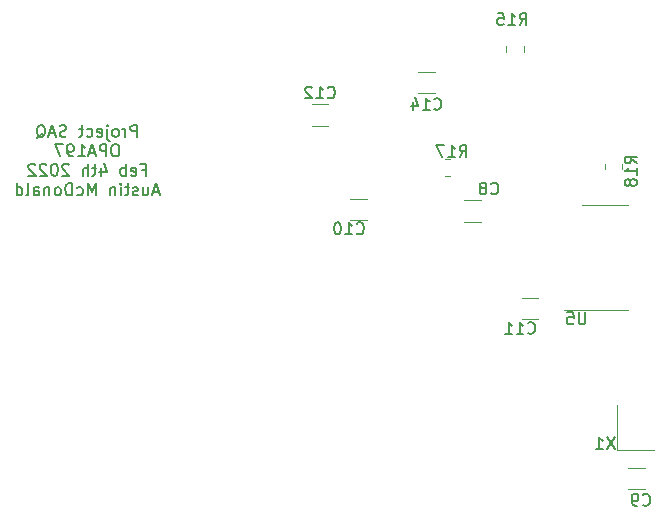
<source format=gbr>
%TF.GenerationSoftware,KiCad,Pcbnew,(5.1.8-0-10_14)*%
%TF.CreationDate,2022-02-24T11:51:48-06:00*%
%TF.ProjectId,SAQ_KiCad,5341515f-4b69-4436-9164-2e6b69636164,rev?*%
%TF.SameCoordinates,Original*%
%TF.FileFunction,Legend,Bot*%
%TF.FilePolarity,Positive*%
%FSLAX46Y46*%
G04 Gerber Fmt 4.6, Leading zero omitted, Abs format (unit mm)*
G04 Created by KiCad (PCBNEW (5.1.8-0-10_14)) date 2022-02-24 11:51:48*
%MOMM*%
%LPD*%
G01*
G04 APERTURE LIST*
%ADD10C,0.150000*%
%ADD11C,0.120000*%
G04 APERTURE END LIST*
D10*
X125372285Y-29727380D02*
X125372285Y-28727380D01*
X124991333Y-28727380D01*
X124896095Y-28775000D01*
X124848476Y-28822619D01*
X124800857Y-28917857D01*
X124800857Y-29060714D01*
X124848476Y-29155952D01*
X124896095Y-29203571D01*
X124991333Y-29251190D01*
X125372285Y-29251190D01*
X124372285Y-29727380D02*
X124372285Y-29060714D01*
X124372285Y-29251190D02*
X124324666Y-29155952D01*
X124277047Y-29108333D01*
X124181809Y-29060714D01*
X124086571Y-29060714D01*
X123610380Y-29727380D02*
X123705619Y-29679761D01*
X123753238Y-29632142D01*
X123800857Y-29536904D01*
X123800857Y-29251190D01*
X123753238Y-29155952D01*
X123705619Y-29108333D01*
X123610380Y-29060714D01*
X123467523Y-29060714D01*
X123372285Y-29108333D01*
X123324666Y-29155952D01*
X123277047Y-29251190D01*
X123277047Y-29536904D01*
X123324666Y-29632142D01*
X123372285Y-29679761D01*
X123467523Y-29727380D01*
X123610380Y-29727380D01*
X122848476Y-29060714D02*
X122848476Y-29917857D01*
X122896095Y-30013095D01*
X122991333Y-30060714D01*
X123038952Y-30060714D01*
X122848476Y-28727380D02*
X122896095Y-28775000D01*
X122848476Y-28822619D01*
X122800857Y-28775000D01*
X122848476Y-28727380D01*
X122848476Y-28822619D01*
X121991333Y-29679761D02*
X122086571Y-29727380D01*
X122277047Y-29727380D01*
X122372285Y-29679761D01*
X122419904Y-29584523D01*
X122419904Y-29203571D01*
X122372285Y-29108333D01*
X122277047Y-29060714D01*
X122086571Y-29060714D01*
X121991333Y-29108333D01*
X121943714Y-29203571D01*
X121943714Y-29298809D01*
X122419904Y-29394047D01*
X121086571Y-29679761D02*
X121181809Y-29727380D01*
X121372285Y-29727380D01*
X121467523Y-29679761D01*
X121515142Y-29632142D01*
X121562761Y-29536904D01*
X121562761Y-29251190D01*
X121515142Y-29155952D01*
X121467523Y-29108333D01*
X121372285Y-29060714D01*
X121181809Y-29060714D01*
X121086571Y-29108333D01*
X120800857Y-29060714D02*
X120419904Y-29060714D01*
X120658000Y-28727380D02*
X120658000Y-29584523D01*
X120610380Y-29679761D01*
X120515142Y-29727380D01*
X120419904Y-29727380D01*
X119372285Y-29679761D02*
X119229428Y-29727380D01*
X118991333Y-29727380D01*
X118896095Y-29679761D01*
X118848476Y-29632142D01*
X118800857Y-29536904D01*
X118800857Y-29441666D01*
X118848476Y-29346428D01*
X118896095Y-29298809D01*
X118991333Y-29251190D01*
X119181809Y-29203571D01*
X119277047Y-29155952D01*
X119324666Y-29108333D01*
X119372285Y-29013095D01*
X119372285Y-28917857D01*
X119324666Y-28822619D01*
X119277047Y-28775000D01*
X119181809Y-28727380D01*
X118943714Y-28727380D01*
X118800857Y-28775000D01*
X118419904Y-29441666D02*
X117943714Y-29441666D01*
X118515142Y-29727380D02*
X118181809Y-28727380D01*
X117848476Y-29727380D01*
X116848476Y-29822619D02*
X116943714Y-29775000D01*
X117038952Y-29679761D01*
X117181809Y-29536904D01*
X117277047Y-29489285D01*
X117372285Y-29489285D01*
X117324666Y-29727380D02*
X117419904Y-29679761D01*
X117515142Y-29584523D01*
X117562761Y-29394047D01*
X117562761Y-29060714D01*
X117515142Y-28870238D01*
X117419904Y-28775000D01*
X117324666Y-28727380D01*
X117134190Y-28727380D01*
X117038952Y-28775000D01*
X116943714Y-28870238D01*
X116896095Y-29060714D01*
X116896095Y-29394047D01*
X116943714Y-29584523D01*
X117038952Y-29679761D01*
X117134190Y-29727380D01*
X117324666Y-29727380D01*
X123610380Y-30377380D02*
X123419904Y-30377380D01*
X123324666Y-30425000D01*
X123229428Y-30520238D01*
X123181809Y-30710714D01*
X123181809Y-31044047D01*
X123229428Y-31234523D01*
X123324666Y-31329761D01*
X123419904Y-31377380D01*
X123610380Y-31377380D01*
X123705619Y-31329761D01*
X123800857Y-31234523D01*
X123848476Y-31044047D01*
X123848476Y-30710714D01*
X123800857Y-30520238D01*
X123705619Y-30425000D01*
X123610380Y-30377380D01*
X122753238Y-31377380D02*
X122753238Y-30377380D01*
X122372285Y-30377380D01*
X122277047Y-30425000D01*
X122229428Y-30472619D01*
X122181809Y-30567857D01*
X122181809Y-30710714D01*
X122229428Y-30805952D01*
X122277047Y-30853571D01*
X122372285Y-30901190D01*
X122753238Y-30901190D01*
X121800857Y-31091666D02*
X121324666Y-31091666D01*
X121896095Y-31377380D02*
X121562761Y-30377380D01*
X121229428Y-31377380D01*
X120372285Y-31377380D02*
X120943714Y-31377380D01*
X120658000Y-31377380D02*
X120658000Y-30377380D01*
X120753238Y-30520238D01*
X120848476Y-30615476D01*
X120943714Y-30663095D01*
X119896095Y-31377380D02*
X119705619Y-31377380D01*
X119610380Y-31329761D01*
X119562761Y-31282142D01*
X119467523Y-31139285D01*
X119419904Y-30948809D01*
X119419904Y-30567857D01*
X119467523Y-30472619D01*
X119515142Y-30425000D01*
X119610380Y-30377380D01*
X119800857Y-30377380D01*
X119896095Y-30425000D01*
X119943714Y-30472619D01*
X119991333Y-30567857D01*
X119991333Y-30805952D01*
X119943714Y-30901190D01*
X119896095Y-30948809D01*
X119800857Y-30996428D01*
X119610380Y-30996428D01*
X119515142Y-30948809D01*
X119467523Y-30901190D01*
X119419904Y-30805952D01*
X119086571Y-30377380D02*
X118419904Y-30377380D01*
X118848476Y-31377380D01*
X125777047Y-32503571D02*
X126110380Y-32503571D01*
X126110380Y-33027380D02*
X126110380Y-32027380D01*
X125634190Y-32027380D01*
X124872285Y-32979761D02*
X124967523Y-33027380D01*
X125158000Y-33027380D01*
X125253238Y-32979761D01*
X125300857Y-32884523D01*
X125300857Y-32503571D01*
X125253238Y-32408333D01*
X125158000Y-32360714D01*
X124967523Y-32360714D01*
X124872285Y-32408333D01*
X124824666Y-32503571D01*
X124824666Y-32598809D01*
X125300857Y-32694047D01*
X124396095Y-33027380D02*
X124396095Y-32027380D01*
X124396095Y-32408333D02*
X124300857Y-32360714D01*
X124110380Y-32360714D01*
X124015142Y-32408333D01*
X123967523Y-32455952D01*
X123919904Y-32551190D01*
X123919904Y-32836904D01*
X123967523Y-32932142D01*
X124015142Y-32979761D01*
X124110380Y-33027380D01*
X124300857Y-33027380D01*
X124396095Y-32979761D01*
X122300857Y-32360714D02*
X122300857Y-33027380D01*
X122538952Y-31979761D02*
X122777047Y-32694047D01*
X122158000Y-32694047D01*
X121919904Y-32360714D02*
X121538952Y-32360714D01*
X121777047Y-32027380D02*
X121777047Y-32884523D01*
X121729428Y-32979761D01*
X121634190Y-33027380D01*
X121538952Y-33027380D01*
X121205619Y-33027380D02*
X121205619Y-32027380D01*
X120777047Y-33027380D02*
X120777047Y-32503571D01*
X120824666Y-32408333D01*
X120919904Y-32360714D01*
X121062761Y-32360714D01*
X121158000Y-32408333D01*
X121205619Y-32455952D01*
X119586571Y-32122619D02*
X119538952Y-32075000D01*
X119443714Y-32027380D01*
X119205619Y-32027380D01*
X119110380Y-32075000D01*
X119062761Y-32122619D01*
X119015142Y-32217857D01*
X119015142Y-32313095D01*
X119062761Y-32455952D01*
X119634190Y-33027380D01*
X119015142Y-33027380D01*
X118396095Y-32027380D02*
X118300857Y-32027380D01*
X118205619Y-32075000D01*
X118158000Y-32122619D01*
X118110380Y-32217857D01*
X118062761Y-32408333D01*
X118062761Y-32646428D01*
X118110380Y-32836904D01*
X118158000Y-32932142D01*
X118205619Y-32979761D01*
X118300857Y-33027380D01*
X118396095Y-33027380D01*
X118491333Y-32979761D01*
X118538952Y-32932142D01*
X118586571Y-32836904D01*
X118634190Y-32646428D01*
X118634190Y-32408333D01*
X118586571Y-32217857D01*
X118538952Y-32122619D01*
X118491333Y-32075000D01*
X118396095Y-32027380D01*
X117681809Y-32122619D02*
X117634190Y-32075000D01*
X117538952Y-32027380D01*
X117300857Y-32027380D01*
X117205619Y-32075000D01*
X117158000Y-32122619D01*
X117110380Y-32217857D01*
X117110380Y-32313095D01*
X117158000Y-32455952D01*
X117729428Y-33027380D01*
X117110380Y-33027380D01*
X116729428Y-32122619D02*
X116681809Y-32075000D01*
X116586571Y-32027380D01*
X116348476Y-32027380D01*
X116253238Y-32075000D01*
X116205619Y-32122619D01*
X116158000Y-32217857D01*
X116158000Y-32313095D01*
X116205619Y-32455952D01*
X116777047Y-33027380D01*
X116158000Y-33027380D01*
X127181809Y-34391666D02*
X126705619Y-34391666D01*
X127277047Y-34677380D02*
X126943714Y-33677380D01*
X126610380Y-34677380D01*
X125848476Y-34010714D02*
X125848476Y-34677380D01*
X126277047Y-34010714D02*
X126277047Y-34534523D01*
X126229428Y-34629761D01*
X126134190Y-34677380D01*
X125991333Y-34677380D01*
X125896095Y-34629761D01*
X125848476Y-34582142D01*
X125419904Y-34629761D02*
X125324666Y-34677380D01*
X125134190Y-34677380D01*
X125038952Y-34629761D01*
X124991333Y-34534523D01*
X124991333Y-34486904D01*
X125038952Y-34391666D01*
X125134190Y-34344047D01*
X125277047Y-34344047D01*
X125372285Y-34296428D01*
X125419904Y-34201190D01*
X125419904Y-34153571D01*
X125372285Y-34058333D01*
X125277047Y-34010714D01*
X125134190Y-34010714D01*
X125038952Y-34058333D01*
X124705619Y-34010714D02*
X124324666Y-34010714D01*
X124562761Y-33677380D02*
X124562761Y-34534523D01*
X124515142Y-34629761D01*
X124419904Y-34677380D01*
X124324666Y-34677380D01*
X123991333Y-34677380D02*
X123991333Y-34010714D01*
X123991333Y-33677380D02*
X124038952Y-33725000D01*
X123991333Y-33772619D01*
X123943714Y-33725000D01*
X123991333Y-33677380D01*
X123991333Y-33772619D01*
X123515142Y-34010714D02*
X123515142Y-34677380D01*
X123515142Y-34105952D02*
X123467523Y-34058333D01*
X123372285Y-34010714D01*
X123229428Y-34010714D01*
X123134190Y-34058333D01*
X123086571Y-34153571D01*
X123086571Y-34677380D01*
X121848476Y-34677380D02*
X121848476Y-33677380D01*
X121515142Y-34391666D01*
X121181809Y-33677380D01*
X121181809Y-34677380D01*
X120277047Y-34629761D02*
X120372285Y-34677380D01*
X120562761Y-34677380D01*
X120658000Y-34629761D01*
X120705619Y-34582142D01*
X120753238Y-34486904D01*
X120753238Y-34201190D01*
X120705619Y-34105952D01*
X120658000Y-34058333D01*
X120562761Y-34010714D01*
X120372285Y-34010714D01*
X120277047Y-34058333D01*
X119848476Y-34677380D02*
X119848476Y-33677380D01*
X119610380Y-33677380D01*
X119467523Y-33725000D01*
X119372285Y-33820238D01*
X119324666Y-33915476D01*
X119277047Y-34105952D01*
X119277047Y-34248809D01*
X119324666Y-34439285D01*
X119372285Y-34534523D01*
X119467523Y-34629761D01*
X119610380Y-34677380D01*
X119848476Y-34677380D01*
X118705619Y-34677380D02*
X118800857Y-34629761D01*
X118848476Y-34582142D01*
X118896095Y-34486904D01*
X118896095Y-34201190D01*
X118848476Y-34105952D01*
X118800857Y-34058333D01*
X118705619Y-34010714D01*
X118562761Y-34010714D01*
X118467523Y-34058333D01*
X118419904Y-34105952D01*
X118372285Y-34201190D01*
X118372285Y-34486904D01*
X118419904Y-34582142D01*
X118467523Y-34629761D01*
X118562761Y-34677380D01*
X118705619Y-34677380D01*
X117943714Y-34010714D02*
X117943714Y-34677380D01*
X117943714Y-34105952D02*
X117896095Y-34058333D01*
X117800857Y-34010714D01*
X117658000Y-34010714D01*
X117562761Y-34058333D01*
X117515142Y-34153571D01*
X117515142Y-34677380D01*
X116610380Y-34677380D02*
X116610380Y-34153571D01*
X116658000Y-34058333D01*
X116753238Y-34010714D01*
X116943714Y-34010714D01*
X117038952Y-34058333D01*
X116610380Y-34629761D02*
X116705619Y-34677380D01*
X116943714Y-34677380D01*
X117038952Y-34629761D01*
X117086571Y-34534523D01*
X117086571Y-34439285D01*
X117038952Y-34344047D01*
X116943714Y-34296428D01*
X116705619Y-34296428D01*
X116610380Y-34248809D01*
X115991333Y-34677380D02*
X116086571Y-34629761D01*
X116134190Y-34534523D01*
X116134190Y-33677380D01*
X115181809Y-34677380D02*
X115181809Y-33677380D01*
X115181809Y-34629761D02*
X115277047Y-34677380D01*
X115467523Y-34677380D01*
X115562761Y-34629761D01*
X115610380Y-34582142D01*
X115658000Y-34486904D01*
X115658000Y-34201190D01*
X115610380Y-34105952D01*
X115562761Y-34058333D01*
X115467523Y-34010714D01*
X115277047Y-34010714D01*
X115181809Y-34058333D01*
D11*
%TO.C,U5*%
X164973000Y-44376500D02*
X161523000Y-44376500D01*
X164973000Y-44376500D02*
X166923000Y-44376500D01*
X164973000Y-35506500D02*
X163023000Y-35506500D01*
X164973000Y-35506500D02*
X166923000Y-35506500D01*
%TO.C,C14*%
X149148748Y-24236000D02*
X150571252Y-24236000D01*
X149148748Y-26056000D02*
X150571252Y-26056000D01*
%TO.C,C12*%
X141554252Y-26966500D02*
X140131748Y-26966500D01*
X141554252Y-28786500D02*
X140131748Y-28786500D01*
%TO.C,C11*%
X159334252Y-43349500D02*
X157911748Y-43349500D01*
X159334252Y-45169500D02*
X157911748Y-45169500D01*
%TO.C,C10*%
X144792752Y-34967500D02*
X143370248Y-34967500D01*
X144792752Y-36787500D02*
X143370248Y-36787500D01*
%TO.C,X1*%
X169151500Y-56256000D02*
X166001500Y-56256000D01*
X166001500Y-56256000D02*
X166001500Y-52456000D01*
%TO.C,R18*%
X166406500Y-32469064D02*
X166406500Y-32014936D01*
X164936500Y-32469064D02*
X164936500Y-32014936D01*
%TO.C,R17*%
X151426936Y-33056500D02*
X151881064Y-33056500D01*
X151426936Y-31586500D02*
X151881064Y-31586500D01*
%TO.C,R15*%
X156618000Y-22061436D02*
X156618000Y-22515564D01*
X158088000Y-22061436D02*
X158088000Y-22515564D01*
%TO.C,C9*%
X168351252Y-57764000D02*
X166928748Y-57764000D01*
X168351252Y-59584000D02*
X166928748Y-59584000D01*
%TO.C,C8*%
X154469752Y-35094500D02*
X153047248Y-35094500D01*
X154469752Y-36914500D02*
X153047248Y-36914500D01*
%TO.C,U5*%
D10*
X163321904Y-44600880D02*
X163321904Y-45410404D01*
X163274285Y-45505642D01*
X163226666Y-45553261D01*
X163131428Y-45600880D01*
X162940952Y-45600880D01*
X162845714Y-45553261D01*
X162798095Y-45505642D01*
X162750476Y-45410404D01*
X162750476Y-44600880D01*
X161798095Y-44600880D02*
X162274285Y-44600880D01*
X162321904Y-45077071D01*
X162274285Y-45029452D01*
X162179047Y-44981833D01*
X161940952Y-44981833D01*
X161845714Y-45029452D01*
X161798095Y-45077071D01*
X161750476Y-45172309D01*
X161750476Y-45410404D01*
X161798095Y-45505642D01*
X161845714Y-45553261D01*
X161940952Y-45600880D01*
X162179047Y-45600880D01*
X162274285Y-45553261D01*
X162321904Y-45505642D01*
%TO.C,C14*%
X150502857Y-27353142D02*
X150550476Y-27400761D01*
X150693333Y-27448380D01*
X150788571Y-27448380D01*
X150931428Y-27400761D01*
X151026666Y-27305523D01*
X151074285Y-27210285D01*
X151121904Y-27019809D01*
X151121904Y-26876952D01*
X151074285Y-26686476D01*
X151026666Y-26591238D01*
X150931428Y-26496000D01*
X150788571Y-26448380D01*
X150693333Y-26448380D01*
X150550476Y-26496000D01*
X150502857Y-26543619D01*
X149550476Y-27448380D02*
X150121904Y-27448380D01*
X149836190Y-27448380D02*
X149836190Y-26448380D01*
X149931428Y-26591238D01*
X150026666Y-26686476D01*
X150121904Y-26734095D01*
X148693333Y-26781714D02*
X148693333Y-27448380D01*
X148931428Y-26400761D02*
X149169523Y-27115047D01*
X148550476Y-27115047D01*
%TO.C,C12*%
X141485857Y-26383642D02*
X141533476Y-26431261D01*
X141676333Y-26478880D01*
X141771571Y-26478880D01*
X141914428Y-26431261D01*
X142009666Y-26336023D01*
X142057285Y-26240785D01*
X142104904Y-26050309D01*
X142104904Y-25907452D01*
X142057285Y-25716976D01*
X142009666Y-25621738D01*
X141914428Y-25526500D01*
X141771571Y-25478880D01*
X141676333Y-25478880D01*
X141533476Y-25526500D01*
X141485857Y-25574119D01*
X140533476Y-26478880D02*
X141104904Y-26478880D01*
X140819190Y-26478880D02*
X140819190Y-25478880D01*
X140914428Y-25621738D01*
X141009666Y-25716976D01*
X141104904Y-25764595D01*
X140152523Y-25574119D02*
X140104904Y-25526500D01*
X140009666Y-25478880D01*
X139771571Y-25478880D01*
X139676333Y-25526500D01*
X139628714Y-25574119D01*
X139581095Y-25669357D01*
X139581095Y-25764595D01*
X139628714Y-25907452D01*
X140200142Y-26478880D01*
X139581095Y-26478880D01*
%TO.C,C11*%
X158440357Y-46331142D02*
X158487976Y-46378761D01*
X158630833Y-46426380D01*
X158726071Y-46426380D01*
X158868928Y-46378761D01*
X158964166Y-46283523D01*
X159011785Y-46188285D01*
X159059404Y-45997809D01*
X159059404Y-45854952D01*
X159011785Y-45664476D01*
X158964166Y-45569238D01*
X158868928Y-45474000D01*
X158726071Y-45426380D01*
X158630833Y-45426380D01*
X158487976Y-45474000D01*
X158440357Y-45521619D01*
X157487976Y-46426380D02*
X158059404Y-46426380D01*
X157773690Y-46426380D02*
X157773690Y-45426380D01*
X157868928Y-45569238D01*
X157964166Y-45664476D01*
X158059404Y-45712095D01*
X156535595Y-46426380D02*
X157107023Y-46426380D01*
X156821309Y-46426380D02*
X156821309Y-45426380D01*
X156916547Y-45569238D01*
X157011785Y-45664476D01*
X157107023Y-45712095D01*
%TO.C,C10*%
X143937357Y-37885642D02*
X143984976Y-37933261D01*
X144127833Y-37980880D01*
X144223071Y-37980880D01*
X144365928Y-37933261D01*
X144461166Y-37838023D01*
X144508785Y-37742785D01*
X144556404Y-37552309D01*
X144556404Y-37409452D01*
X144508785Y-37218976D01*
X144461166Y-37123738D01*
X144365928Y-37028500D01*
X144223071Y-36980880D01*
X144127833Y-36980880D01*
X143984976Y-37028500D01*
X143937357Y-37076119D01*
X142984976Y-37980880D02*
X143556404Y-37980880D01*
X143270690Y-37980880D02*
X143270690Y-36980880D01*
X143365928Y-37123738D01*
X143461166Y-37218976D01*
X143556404Y-37266595D01*
X142365928Y-36980880D02*
X142270690Y-36980880D01*
X142175452Y-37028500D01*
X142127833Y-37076119D01*
X142080214Y-37171357D01*
X142032595Y-37361833D01*
X142032595Y-37599928D01*
X142080214Y-37790404D01*
X142127833Y-37885642D01*
X142175452Y-37933261D01*
X142270690Y-37980880D01*
X142365928Y-37980880D01*
X142461166Y-37933261D01*
X142508785Y-37885642D01*
X142556404Y-37790404D01*
X142604023Y-37599928D01*
X142604023Y-37361833D01*
X142556404Y-37171357D01*
X142508785Y-37076119D01*
X142461166Y-37028500D01*
X142365928Y-36980880D01*
%TO.C,X1*%
X165783023Y-55175880D02*
X165116357Y-56175880D01*
X165116357Y-55175880D02*
X165783023Y-56175880D01*
X164211595Y-56175880D02*
X164783023Y-56175880D01*
X164497309Y-56175880D02*
X164497309Y-55175880D01*
X164592547Y-55318738D01*
X164687785Y-55413976D01*
X164783023Y-55461595D01*
%TO.C,R18*%
X167647880Y-31980142D02*
X167171690Y-31646809D01*
X167647880Y-31408714D02*
X166647880Y-31408714D01*
X166647880Y-31789666D01*
X166695500Y-31884904D01*
X166743119Y-31932523D01*
X166838357Y-31980142D01*
X166981214Y-31980142D01*
X167076452Y-31932523D01*
X167124071Y-31884904D01*
X167171690Y-31789666D01*
X167171690Y-31408714D01*
X167647880Y-32932523D02*
X167647880Y-32361095D01*
X167647880Y-32646809D02*
X166647880Y-32646809D01*
X166790738Y-32551571D01*
X166885976Y-32456333D01*
X166933595Y-32361095D01*
X167076452Y-33503952D02*
X167028833Y-33408714D01*
X166981214Y-33361095D01*
X166885976Y-33313476D01*
X166838357Y-33313476D01*
X166743119Y-33361095D01*
X166695500Y-33408714D01*
X166647880Y-33503952D01*
X166647880Y-33694428D01*
X166695500Y-33789666D01*
X166743119Y-33837285D01*
X166838357Y-33884904D01*
X166885976Y-33884904D01*
X166981214Y-33837285D01*
X167028833Y-33789666D01*
X167076452Y-33694428D01*
X167076452Y-33503952D01*
X167124071Y-33408714D01*
X167171690Y-33361095D01*
X167266928Y-33313476D01*
X167457404Y-33313476D01*
X167552642Y-33361095D01*
X167600261Y-33408714D01*
X167647880Y-33503952D01*
X167647880Y-33694428D01*
X167600261Y-33789666D01*
X167552642Y-33837285D01*
X167457404Y-33884904D01*
X167266928Y-33884904D01*
X167171690Y-33837285D01*
X167124071Y-33789666D01*
X167076452Y-33694428D01*
%TO.C,R17*%
X152661857Y-31440380D02*
X152995190Y-30964190D01*
X153233285Y-31440380D02*
X153233285Y-30440380D01*
X152852333Y-30440380D01*
X152757095Y-30488000D01*
X152709476Y-30535619D01*
X152661857Y-30630857D01*
X152661857Y-30773714D01*
X152709476Y-30868952D01*
X152757095Y-30916571D01*
X152852333Y-30964190D01*
X153233285Y-30964190D01*
X151709476Y-31440380D02*
X152280904Y-31440380D01*
X151995190Y-31440380D02*
X151995190Y-30440380D01*
X152090428Y-30583238D01*
X152185666Y-30678476D01*
X152280904Y-30726095D01*
X151376142Y-30440380D02*
X150709476Y-30440380D01*
X151138047Y-31440380D01*
%TO.C,R15*%
X157741857Y-20264380D02*
X158075190Y-19788190D01*
X158313285Y-20264380D02*
X158313285Y-19264380D01*
X157932333Y-19264380D01*
X157837095Y-19312000D01*
X157789476Y-19359619D01*
X157741857Y-19454857D01*
X157741857Y-19597714D01*
X157789476Y-19692952D01*
X157837095Y-19740571D01*
X157932333Y-19788190D01*
X158313285Y-19788190D01*
X156789476Y-20264380D02*
X157360904Y-20264380D01*
X157075190Y-20264380D02*
X157075190Y-19264380D01*
X157170428Y-19407238D01*
X157265666Y-19502476D01*
X157360904Y-19550095D01*
X155884714Y-19264380D02*
X156360904Y-19264380D01*
X156408523Y-19740571D01*
X156360904Y-19692952D01*
X156265666Y-19645333D01*
X156027571Y-19645333D01*
X155932333Y-19692952D01*
X155884714Y-19740571D01*
X155837095Y-19835809D01*
X155837095Y-20073904D01*
X155884714Y-20169142D01*
X155932333Y-20216761D01*
X156027571Y-20264380D01*
X156265666Y-20264380D01*
X156360904Y-20216761D01*
X156408523Y-20169142D01*
%TO.C,C9*%
X168187666Y-60872642D02*
X168235285Y-60920261D01*
X168378142Y-60967880D01*
X168473380Y-60967880D01*
X168616238Y-60920261D01*
X168711476Y-60825023D01*
X168759095Y-60729785D01*
X168806714Y-60539309D01*
X168806714Y-60396452D01*
X168759095Y-60205976D01*
X168711476Y-60110738D01*
X168616238Y-60015500D01*
X168473380Y-59967880D01*
X168378142Y-59967880D01*
X168235285Y-60015500D01*
X168187666Y-60063119D01*
X167711476Y-60967880D02*
X167521000Y-60967880D01*
X167425761Y-60920261D01*
X167378142Y-60872642D01*
X167282904Y-60729785D01*
X167235285Y-60539309D01*
X167235285Y-60158357D01*
X167282904Y-60063119D01*
X167330523Y-60015500D01*
X167425761Y-59967880D01*
X167616238Y-59967880D01*
X167711476Y-60015500D01*
X167759095Y-60063119D01*
X167806714Y-60158357D01*
X167806714Y-60396452D01*
X167759095Y-60491690D01*
X167711476Y-60539309D01*
X167616238Y-60586928D01*
X167425761Y-60586928D01*
X167330523Y-60539309D01*
X167282904Y-60491690D01*
X167235285Y-60396452D01*
%TO.C,C8*%
X155322166Y-34511642D02*
X155369785Y-34559261D01*
X155512642Y-34606880D01*
X155607880Y-34606880D01*
X155750738Y-34559261D01*
X155845976Y-34464023D01*
X155893595Y-34368785D01*
X155941214Y-34178309D01*
X155941214Y-34035452D01*
X155893595Y-33844976D01*
X155845976Y-33749738D01*
X155750738Y-33654500D01*
X155607880Y-33606880D01*
X155512642Y-33606880D01*
X155369785Y-33654500D01*
X155322166Y-33702119D01*
X154750738Y-34035452D02*
X154845976Y-33987833D01*
X154893595Y-33940214D01*
X154941214Y-33844976D01*
X154941214Y-33797357D01*
X154893595Y-33702119D01*
X154845976Y-33654500D01*
X154750738Y-33606880D01*
X154560261Y-33606880D01*
X154465023Y-33654500D01*
X154417404Y-33702119D01*
X154369785Y-33797357D01*
X154369785Y-33844976D01*
X154417404Y-33940214D01*
X154465023Y-33987833D01*
X154560261Y-34035452D01*
X154750738Y-34035452D01*
X154845976Y-34083071D01*
X154893595Y-34130690D01*
X154941214Y-34225928D01*
X154941214Y-34416404D01*
X154893595Y-34511642D01*
X154845976Y-34559261D01*
X154750738Y-34606880D01*
X154560261Y-34606880D01*
X154465023Y-34559261D01*
X154417404Y-34511642D01*
X154369785Y-34416404D01*
X154369785Y-34225928D01*
X154417404Y-34130690D01*
X154465023Y-34083071D01*
X154560261Y-34035452D01*
%TD*%
M02*

</source>
